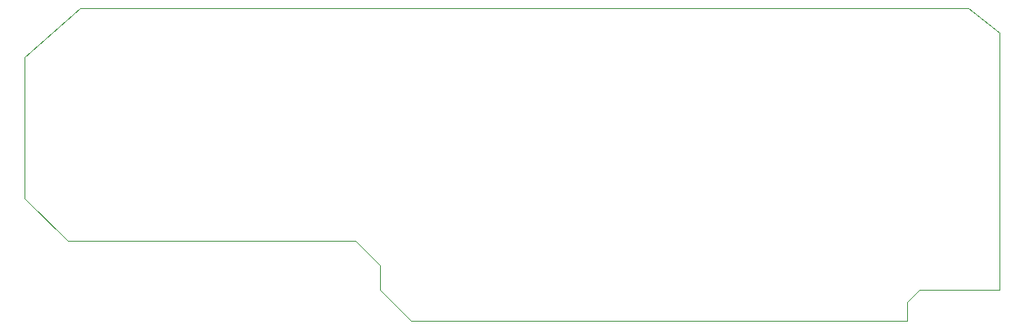
<source format=gbr>
G04 #@! TF.FileFunction,Profile,NP*
%FSLAX46Y46*%
G04 Gerber Fmt 4.6, Leading zero omitted, Abs format (unit mm)*
G04 Created by KiCad (PCBNEW 4.0.2-stable) date Friday, 12 August 2016 'pmt' 16:38:06*
%MOMM*%
G01*
G04 APERTURE LIST*
%ADD10C,0.100000*%
G04 APERTURE END LIST*
D10*
X222250000Y-97790000D02*
X222250000Y-99695000D01*
X223520000Y-96520000D02*
X222250000Y-97790000D01*
X165100000Y-91440000D02*
X167640000Y-93980000D01*
X167640000Y-96520000D02*
X167640000Y-93980000D01*
X170815000Y-99695000D02*
X167640000Y-96520000D01*
X223520000Y-96520000D02*
X231775000Y-96520000D01*
X170815000Y-99695000D02*
X222250000Y-99695000D01*
X165100000Y-91440000D02*
X157480000Y-91440000D01*
X135255000Y-91440000D02*
X157480000Y-91440000D01*
X130810000Y-86995000D02*
X130810000Y-72390000D01*
X135255000Y-91440000D02*
X130810000Y-86995000D01*
X231775000Y-69850000D02*
X231775000Y-96520000D01*
X228600000Y-67310000D02*
X231775000Y-69850000D01*
X136525000Y-67310000D02*
X228600000Y-67310000D01*
X130810000Y-72390000D02*
X136525000Y-67310000D01*
M02*

</source>
